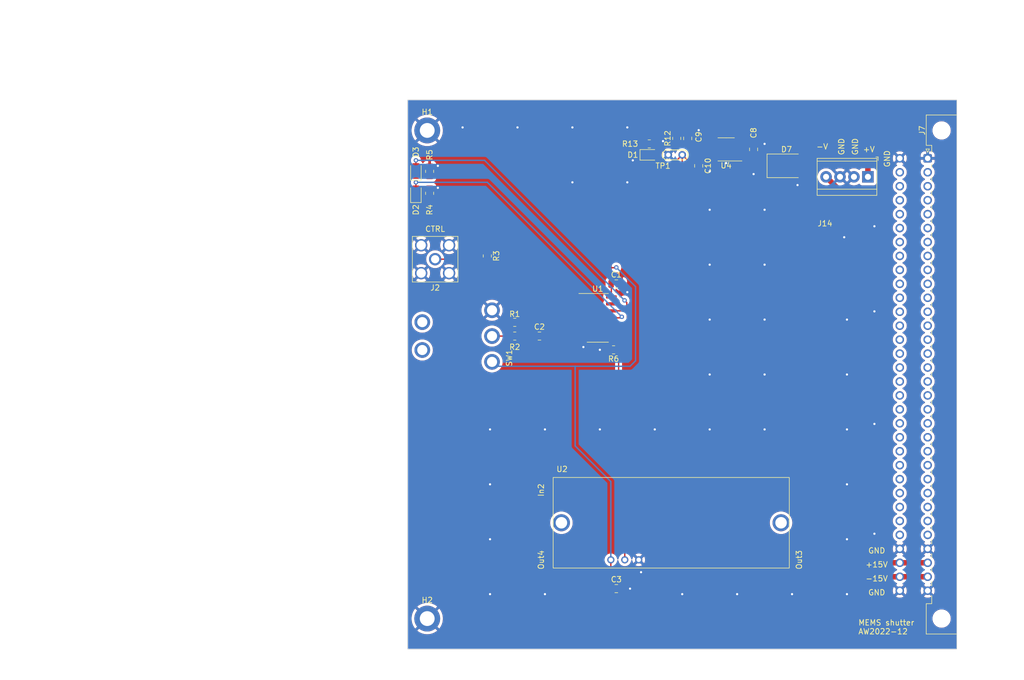
<source format=kicad_pcb>
(kicad_pcb (version 20241229) (generator "pcbnew") (generator_version "9.0")
  (title_block (title "MEMS shutter") (date "2022-11-27"))
  (layers (0 "F.Cu" signal) (2 "B.Cu" signal) (13 "F.Paste" user) (15 "B.Paste" user) (5 "F.SilkS" user "F.Silkscreen") (7 "B.SilkS" user "B.Silkscreen") (1 "F.Mask" user) (3 "B.Mask" user) (25 "Edge.Cuts" user))
  (net 0 "")
  (net 1 "Net-(C2-Pad1)")
  (net 2 "Net-(D7-Pad2)")
  (net 3 "Net-(D2-Pad1)")
  (net 4 "Net-(D2-Pad2)")
  (net 5 "Net-(C9-Pad1)")
  (net 6 "+5V")
  (net 7 "Net-(D3-Pad1)")
  (net 8 "/SEL")
  (net 9 "/IN")
  (net 10 "Net-(D1-Pad1)")
  (net 11 "+15V")
  (net 12 "-15V")
  (net 13 "/SW")
  (net 14 "Net-(U1-Pad10)")
  (net 15 "Net-(U1-Pad6)")
  (net 16 "GND")
  (footprint "Capacitor_SMD:C_0805_2012Metric" (layer "F.Cu") (at 124 93)
    (property "Reference" "C2" (at 0 -1.68 0) (layer "F.SilkS"))
    (property "Value" "C_0805")
    (fp_line (start -0.261252 -0.735) (end 0.261252 -0.735) (stroke (width 0.12)) (layer "F.SilkS"))
    (fp_line (start -0.261252 0.735) (end 0.261252 0.735) (stroke (width 0.12)) (layer "F.SilkS"))
    (pad "1" smd roundrect (at -0.95 0) (size 1 1.45) (layers "F.Cu" "F.Mask" "F.Paste") (net 1 "Net-(C2-Pad1)"))
    (pad "2" smd roundrect (at 0.95 0) (size 1 1.45) (layers "F.Cu" "F.Mask" "F.Paste") (net 16 "GND"))
  )
  (footprint "Resistor_SMD:R_0805_2012Metric" (layer "F.Cu") (at 119.5 93)
    (property "Reference" "R1" (at 0 -4 0) (layer "F.SilkS"))
    (property "Value" "R_0805")
    (fp_line (start -0.227064 -0.735) (end 0.227064 -0.735) (stroke (width 0.12)) (layer "F.SilkS"))
    (fp_line (start -0.227064 0.735) (end 0.227064 0.735) (stroke (width 0.12)) (layer "F.SilkS"))
    (pad "1" smd roundrect (at -0.9125 0) (size 1.025 1.4) (layers "F.Cu" "F.Mask" "F.Paste") (roundrect_rratio 0.243902439) (net 13 "/SW"))
    (pad "2" smd roundrect (at 0.9125 0) (size 1.025 1.4) (layers "F.Cu" "F.Mask" "F.Paste") (roundrect_rratio 0.243902439) (net 1 "Net-(C2-Pad1)"))
  )
  (footprint "Capacitor_SMD:C_0805_2012Metric" (layer "F.Cu") (at 138 83.5)
    (property "Reference" "C1" (at 0 -1.68 0) (layer "F.SilkS"))
    (property "Value" "C_0805")
    (fp_line (start -0.261252 -0.735) (end 0.261252 -0.735) (stroke (width 0.12)) (layer "F.SilkS"))
    (fp_line (start -0.261252 0.735) (end 0.261252 0.735) (stroke (width 0.12)) (layer "F.SilkS"))
    (pad "1" smd roundrect (at -0.95 0) (size 1 1.45) (layers "F.Cu" "F.Mask" "F.Paste") (net 6 "+5V"))
    (pad "2" smd roundrect (at 0.95 0) (size 1 1.45) (layers "F.Cu" "F.Mask" "F.Paste") (net 16 "GND"))
  )
  (footprint "aw_kicad6:SW_E-Switch_100_M6_SPDT_Angled" (layer "F.Cu") (at 102.6625 93 -90)
    (property "Reference" "SW1" (at 4 -15.8375 90) (layer "F.SilkS"))
    (property "Value" "SW_SPDT")
    (pad "" thru_hole circle (at -2.54 0 270) (size 2.85 2.85) (drill 1.85) (layers "*.Cu" "*.Mask"))
    (pad "" thru_hole circle (at 2.54 0 270) (size 2.85 2.85) (drill 1.85) (layers "*.Cu" "*.Mask"))
    (pad "1" thru_hole circle (at -4.7 -12.7 270) (size 2.85 2.85) (drill 1.85) (layers "*.Cu" "*.Mask") (net 16 "GND"))
    (pad "2" thru_hole circle (at 0 -12.7 270) (size 2.85 2.85) (drill 1.85) (layers "*.Cu" "*.Mask") (net 13 "/SW"))
    (pad "3" thru_hole circle (at 4.7 -12.7 270) (size 2.85 2.85) (drill 1.85) (layers "*.Cu" "*.Mask") (net 6 "+5V"))
  )
  (footprint "Diode_SMD:D_SMB" (layer "F.Cu") (at 169 62)
    (property "Reference" "D7" (at 0 -3 0) (layer "F.SilkS"))
    (property "Value" "D")
    (fp_line (start -3.55 -2.15) (end -3.55 2.15) (stroke (width 0.12)) (layer "F.SilkS"))
    (fp_line (start -3.55 -2.15) (end 2.15 -2.15) (stroke (width 0.12)) (layer "F.SilkS"))
    (fp_line (start -3.55 2.15) (end 2.15 2.15) (stroke (width 0.12)) (layer "F.SilkS"))
    (pad "1" smd rect (at -2.15 0) (size 2.5 2.3) (layers "F.Cu" "F.Mask" "F.Paste") (net 11 "+15V"))
    (pad "2" smd rect (at 2.15 0) (size 2.5 2.3) (layers "F.Cu" "F.Mask" "F.Paste") (net 2 "Net-(D7-Pad2)"))
  )
  (footprint "Capacitor_SMD:C_0805_2012Metric" (layer "F.Cu") (at 151 57 90)
    (property "Reference" "C9" (at 0.261252 2 90) (layer "F.SilkS"))
    (property "Value" "470n")
    (fp_line (start -0.261252 -0.735) (end 0.261252 -0.735) (stroke (width 0.12)) (layer "F.SilkS"))
    (fp_line (start -0.261252 0.735) (end 0.261252 0.735) (stroke (width 0.12)) (layer "F.SilkS"))
    (pad "1" smd roundrect (at -0.95 0 90) (size 1 1.45) (layers "F.Cu" "F.Mask" "F.Paste") (net 5 "Net-(C9-Pad1)"))
    (pad "2" smd roundrect (at 0.95 0 90) (size 1 1.45) (layers "F.Cu" "F.Mask" "F.Paste") (net 16 "GND"))
  )
  (footprint "Resistor_SMD:R_0805_2012Metric" (layer "F.Cu") (at 137.5 95.5 180)
    (property "Reference" "R6" (at 0 -1.65 0) (layer "F.SilkS"))
    (property "Value" "R_0805")
    (fp_line (start -0.227064 0.735) (end 0.227064 0.735) (stroke (width 0.12)) (layer "F.SilkS"))
    (fp_line (start -0.227064 -0.735) (end 0.227064 -0.735) (stroke (width 0.12)) (layer "F.SilkS"))
    (pad "1" smd roundrect (at -0.9125 0 180) (size 1.025 1.4) (layers "F.Cu" "F.Mask" "F.Paste") (roundrect_rratio 0.243902439) (net 8 "/SEL"))
    (pad "2" smd roundrect (at 0.9125 0 180) (size 1.025 1.4) (layers "F.Cu" "F.Mask" "F.Paste") (roundrect_rratio 0.243902439) (net 16 "GND"))
  )
  (footprint "Connector_DIN:DIN41612_C_2x32_Male_Horizontal_THT" (layer "F.Cu") (at 194.7 60.63 -90)
    (property "Reference" "J7" (at -5.08 1 90) (layer "F.SilkS"))
    (property "Value" "DIN41612_02x32_AC")
    (fp_line (start -1.695 0.3) (end -1.095 0) (stroke (width 0.12)) (layer "F.SilkS"))
    (fp_line (start -7.89 0.26) (end -2.37 0.26) (stroke (width 0.12)) (layer "F.SilkS"))
    (fp_line (start -2.37 0.26) (end -2.37 -0.74) (stroke (width 0.12)) (layer "F.SilkS"))
    (fp_line (start 81.11 0.26) (end 81.11 -0.74) (stroke (width 0.12)) (layer "F.SilkS"))
    (fp_line (start 86.63 0.26) (end 81.11 0.26) (stroke (width 0.12)) (layer "F.SilkS"))
    (fp_line (start -1.095 0) (end -1.695 -0.3) (stroke (width 0.12)) (layer "F.SilkS"))
    (fp_line (start -1.695 -0.3) (end -1.695 0.3) (stroke (width 0.12)) (layer "F.SilkS"))
    (fp_line (start -2.371 -0.74) (end -1.095 -0.74) (stroke (width 0.12)) (layer "F.SilkS"))
    (fp_line (start 1.095 -0.74) (end 1.671 -0.74) (stroke (width 0.12)) (layer "F.SilkS"))
    (fp_line (start 3.41 -0.74) (end 4.211 -0.74) (stroke (width 0.12)) (layer "F.SilkS"))
    (fp_line (start 5.95 -0.74) (end 6.751 -0.74) (stroke (width 0.12)) (layer "F.SilkS"))
    (fp_line (start 8.49 -0.74) (end 9.291 -0.74) (stroke (width 0.12)) (layer "F.SilkS"))
    (fp_line (start 11.03 -0.74) (end 11.831 -0.74) (stroke (width 0.12)) (layer "F.SilkS"))
    (fp_line (start 13.57 -0.74) (end 14.371 -0.74) (stroke (width 0.12)) (layer "F.SilkS"))
    (fp_line (start 16.11 -0.74) (end 16.911 -0.74) (stroke (width 0.12)) (layer "F.SilkS"))
    (fp_line (start 18.65 -0.74) (end 19.451 -0.74) (stroke (width 0.12)) (layer "F.SilkS"))
    (fp_line (start 21.19 -0.74) (end 21.991 -0.74) (stroke (width 0.12)) (layer "F.SilkS"))
    (fp_line (start 23.73 -0.74) (end 24.531 -0.74) (stroke (width 0.12)) (layer "F.SilkS"))
    (fp_line (start 26.27 -0.74) (end 27.071 -0.74) (stroke (width 0.12)) (layer "F.SilkS"))
    (fp_line (start 28.81 -0.74) (end 29.611 -0.74) (stroke (width 0.12)) (layer "F.SilkS"))
    (fp_line (start 31.35 -0.74) (end 32.151 -0.74) (stroke (width 0.12)) (layer "F.SilkS"))
    (fp_line (start 33.89 -0.74) (end 34.691 -0.74) (stroke (width 0.12)) (layer "F.SilkS"))
    (fp_line (start 36.43 -0.74) (end 37.231 -0.74) (stroke (width 0.12)) (layer "F.SilkS"))
    (fp_line (start 38.97 -0.74) (end 39.771 -0.74) (stroke (width 0.12)) (layer "F.SilkS"))
    (fp_line (start 41.51 -0.74) (end 42.311 -0.74) (stroke (width 0.12)) (layer "F.SilkS"))
    (fp_line (start 44.05 -0.74) (end 44.851 -0.74) (stroke (width 0.12)) (layer "F.SilkS"))
    (fp_line (start 46.59 -0.74) (end 47.391 -0.74) (stroke (width 0.12)) (layer "F.SilkS"))
    (fp_line (start 49.13 -0.74) (end 49.931 -0.74) (stroke (width 0.12)) (layer "F.SilkS"))
    (fp_line (start 51.67 -0.74) (end 52.471 -0.74) (stroke (width 0.12)) (layer "F.SilkS"))
    (fp_line (start 54.21 -0.74) (end 55.011 -0.74) (stroke (width 0.12)) (layer "F.SilkS"))
    (fp_line (start 56.75 -0.74) (end 57.551 -0.74) (stroke (width 0.12)) (layer "F.SilkS"))
    (fp_line (start 59.29 -0.74) (end 60.091 -0.74) (stroke (width 0.12)) (layer "F.SilkS"))
    (fp_line (start 61.83 -0.74) (end 62.631 -0.74) (stroke (width 0.12)) (layer "F.SilkS"))
    (fp_line (start 64.37 -0.74) (end 65.171 -0.74) (stroke (width 0.12)) (layer "F.SilkS"))
    (fp_line (start 66.91 -0.74) (end 67.711 -0.74) (stroke (width 0.12)) (layer "F.SilkS"))
    (fp_line (start 69.45 -0.74) (end 70.251 -0.74) (stroke (width 0.12)) (layer "F.SilkS"))
    (fp_line (start 71.99 -0.74) (end 72.791 -0.74) (stroke (width 0.12)) (layer "F.SilkS"))
    (fp_line (start 74.53 -0.74) (end 75.331 -0.74) (stroke (width 0.12)) (layer "F.SilkS"))
    (fp_line (start 77.07 -0.74) (end 77.871 -0.74) (stroke (width 0.12)) (layer "F.SilkS"))
    (fp_line (start 79.61 -0.74) (end 81.11 -0.74) (stroke (width 0.12)) (layer "F.SilkS"))
    (fp_line (start -7.89 -5.3) (end -7.89 0.26) (stroke (width 0.12)) (layer "F.SilkS"))
    (fp_line (start 86.63 -5.3) (end 86.63 0.26) (stroke (width 0.12)) (layer "F.SilkS"))
    (pad "" np_thru_hole circle (at -5.08 -2.54 270) (size 2.85 2.85) (drill 2.85) (layers "*.Cu" "*.Mask"))
    (pad "" np_thru_hole circle (at 83.82 -2.54 270) (size 2.85 2.85) (drill 2.85) (layers "*.Cu" "*.Mask"))
    (pad "a1" thru_hole roundrect (at 0 0 270) (size 1.55 1.55) (drill 1) (layers "*.Cu" "*.Mask") (roundrect_rratio 0.1612896774) (net 16 "GND"))
    (pad "a2" thru_hole circle (at 2.54 0 270) (size 1.55 1.55) (drill 1) (layers "*.Cu" "*.Mask"))
    (pad "a3" thru_hole circle (at 5.08 0 270) (size 1.55 1.55) (drill 1) (layers "*.Cu" "*.Mask"))
    (pad "a4" thru_hole circle (at 7.62 0 270) (size 1.55 1.55) (drill 1) (layers "*.Cu" "*.Mask"))
    (pad "a5" thru_hole circle (at 10.16 0 270) (size 1.55 1.55) (drill 1) (layers "*.Cu" "*.Mask"))
    (pad "a6" thru_hole circle (at 12.7 0 270) (size 1.55 1.55) (drill 1) (layers "*.Cu" "*.Mask"))
    (pad "a7" thru_hole circle (at 15.24 0 270) (size 1.55 1.55) (drill 1) (layers "*.Cu" "*.Mask"))
    (pad "a8" thru_hole circle (at 17.78 0 270) (size 1.55 1.55) (drill 1) (layers "*.Cu" "*.Mask"))
    (pad "a9" thru_hole circle (at 20.32 0 270) (size 1.55 1.55) (drill 1) (layers "*.Cu" "*.Mask"))
    (pad "a10" thru_hole circle (at 22.86 0 270) (size 1.55 1.55) (drill 1) (layers "*.Cu" "*.Mask"))
    (pad "a11" thru_hole circle (at 25.4 0 270) (size 1.55 1.55) (drill 1) (layers "*.Cu" "*.Mask"))
    (pad "a12" thru_hole circle (at 27.94 0 270) (size 1.55 1.55) (drill 1) (layers "*.Cu" "*.Mask"))
    (pad "a13" thru_hole circle (at 30.48 0 270) (size 1.55 1.55) (drill 1) (layers "*.Cu" "*.Mask"))
    (pad "a14" thru_hole circle (at 33.02 0 270) (size 1.55 1.55) (drill 1) (layers "*.Cu" "*.Mask"))
    (pad "a15" thru_hole circle (at 35.56 0 270) (size 1.55 1.55) (drill 1) (layers "*.Cu" "*.Mask"))
    (pad "a16" thru_hole circle (at 38.1 0 270) (size 1.55 1.55) (drill 1) (layers "*.Cu" "*.Mask"))
    (pad "a17" thru_hole circle (at 40.64 0 270) (size 1.55 1.55) (drill 1) (layers "*.Cu" "*.Mask"))
    (pad "a18" thru_hole circle (at 43.18 0 270) (size 1.55 1.55) (drill 1) (layers "*.Cu" "*.Mask"))
    (pad "a19" thru_hole circle (at 45.72 0 270) (size 1.55 1.55) (drill 1) (layers "*.Cu" "*.Mask"))
    (pad "a20" thru_hole circle (at 48.26 0 270) (size 1.55 1.55) (drill 1) (layers "*.Cu" "*.Mask"))
    (pad "a21" thru_hole circle (at 50.8 0 270) (size 1.55 1.55) (drill 1) (layers "*.Cu" "*.Mask"))
    (pad "a22" thru_hole circle (at 53.34 0 270) (size 1.55 1.55) (drill 1) (layers "*.Cu" "*.Mask"))
    (pad "a23" thru_hole circle (at 55.88 0 270) (size 1.55 1.55) (drill 1) (layers "*.Cu" "*.Mask"))
    (pad "a24" thru_hole circle (at 58.42 0 270) (size 1.55 1.55) (drill 1) (layers "*.Cu" "*.Mask"))
    (pad "a25" thru_hole circle (at 60.96 0 270) (size 1.55 1.55) (drill 1) (layers "*.Cu" "*.Mask"))
    (pad "a26" thru_hole circle (at 63.5 0 270) (size 1.55 1.55) (drill 1) (layers "*.Cu" "*.Mask"))
    (pad "a27" thru_hole circle (at 66.04 0 270) (size 1.55 1.55) (drill 1) (layers "*.Cu" "*.Mask"))
    (pad "a28" thru_hole circle (at 68.58 0 270) (size 1.55 1.55) (drill 1) (layers "*.Cu" "*.Mask"))
    (pad "a29" thru_hole circle (at 71.12 0 270) (size 1.55 1.55) (drill 1) (layers "*.Cu" "*.Mask") (net 16 "GND"))
    (pad "a30" thru_hole circle (at 73.66 0 270) (size 1.55 1.55) (drill 1) (layers "*.Cu" "*.Mask") (net 11 "+15V"))
    (pad "a31" thru_hole circle (at 76.2 0 270) (size 1.55 1.55) (drill 1) (layers "*.Cu" "*.Mask") (net 12 "-15V"))
    (pad "a32" thru_hole circle (at 78.74 0 270) (size 1.55 1.55) (drill 1) (layers "*.Cu" "*.Mask") (net 16 "GND"))
    (pad "c1" thru_hole circle (at 0 5.08 270) (size 1.55 1.55) (drill 1) (layers "*.Cu" "*.Mask") (net 16 "GND"))
    (pad "c2" thru_hole circle (at 2.54 5.08 270) (size 1.55 1.55) (drill 1) (layers "*.Cu" "*.Mask"))
    (pad "c3" thru_hole circle (at 5.08 5.08 270) (size 1.55 1.55) (drill 1) (layers "*.Cu" "*.Mask"))
    (pad "c4" thru_hole circle (at 7.62 5.08 270) (size 1.55 1.55) (drill 1) (layers "*.Cu" "*.Mask"))
    (pad "c5" thru_hole circle (at 10.16 5.08 270) (size 1.55 1.55) (drill 1) (layers "*.Cu" "*.Mask"))
    (pad "c6" thru_hole circle (at 12.7 5.08 270) (size 1.55 1.55) (drill 1) (layers "*.Cu" "*.Mask"))
    (pad "c7" thru_hole circle (at 15.24 5.08 270) (size 1.55 1.55) (drill 1) (layers "*.Cu" "*.Mask"))
    (pad "c8" thru_hole circle (at 17.78 5.08 270) (size 1.55 1.55) (drill 1) (layers "*.Cu" "*.Mask"))
    (pad "c9" thru_hole circle (at 20.32 5.08 270) (size 1.55 1.55) (drill 1) (layers "*.Cu" "*.Mask"))
    (pad "c10" thru_hole circle (at 22.86 5.08 270) (size 1.55 1.55) (drill 1) (layers "*.Cu" "*.Mask"))
    (pad "c11" thru_hole circle (at 25.4 5.08 270) (size 1.55 1.55) (drill 1) (layers "*.Cu" "*.Mask"))
    (pad "c12" thru_hole circle (at 27.94 5.08 270) (size 1.55 1.55) (drill 1) (layers "*.Cu" "*.Mask"))
    (pad "c13" thru_hole circle (at 30.48 5.08 270) (size 1.55 1.55) (drill 1) (layers "*.Cu" "*.Mask"))
    (pad "c14" thru_hole circle (at 33.02 5.08 270) (size 1.55 1.55) (drill 1) (layers "*.Cu" "*.Mask"))
    (pad "c15" thru_hole circle (at 35.56 5.08 270) (size 1.55 1.55) (drill 1) (layers "*.Cu" "*.Mask"))
    (pad "c16" thru_hole circle (at 38.1 5.08 270) (size 1.55 1.55) (drill 1) (layers "*.Cu" "*.Mask"))
    (pad "c17" thru_hole circle (at 40.64 5.08 270) (size 1.55 1.55) (drill 1) (layers "*.Cu" "*.Mask"))
    (pad "c18" thru_hole circle (at 43.18 5.08 270) (size 1.55 1.55) (drill 1) (layers "*.Cu" "*.Mask"))
    (pad "c19" thru_hole circle (at 45.72 5.08 270) (size 1.55 1.55) (drill 1) (layers "*.Cu" "*.Mask"))
    (pad "c20" thru_hole circle (at 48.26 5.08 270) (size 1.55 1.55) (drill 1) (layers "*.Cu" "*.Mask"))
    (pad "c21" thru_hole circle (at 50.8 5.08 270) (size 1.55 1.55) (drill 1) (layers "*.Cu" "*.Mask"))
    (pad "c22" thru_hole circle (at 53.34 5.08 270) (size 1.55 1.55) (drill 1) (layers "*.Cu" "*.Mask"))
    (pad "c23" thru_hole circle (at 55.88 5.08 270) (size 1.55 1.55) (drill 1) (layers "*.Cu" "*.Mask"))
    (pad "c24" thru_hole circle (at 58.42 5.08 270) (size 1.55 1.55) (drill 1) (layers "*.Cu" "*.Mask"))
    (pad "c25" thru_hole circle (at 60.96 5.08 270) (size 1.55 1.55) (drill 1) (layers "*.Cu" "*.Mask"))
    (pad "c26" thru_hole circle (at 63.5 5.08 270) (size 1.55 1.55) (drill 1) (layers "*.Cu" "*.Mask"))
    (pad "c27" thru_hole circle (at 66.04 5.08 270) (size 1.55 1.55) (drill 1) (layers "*.Cu" "*.Mask"))
    (pad "c28" thru_hole circle (at 68.58 5.08 270) (size 1.55 1.55) (drill 1) (layers "*.Cu" "*.Mask"))
    (pad "c29" thru_hole circle (at 71.12 5.08 270) (size 1.55 1.55) (drill 1) (layers "*.Cu" "*.Mask") (net 16 "GND"))
    (pad "c30" thru_hole circle (at 73.66 5.08 270) (size 1.55 1.55) (drill 1) (layers "*.Cu" "*.Mask") (net 11 "+15V"))
    (pad "c31" thru_hole circle (at 76.2 5.08 270) (size 1.55 1.55) (drill 1) (layers "*.Cu" "*.Mask") (net 12 "-15V"))
    (pad "c32" thru_hole circle (at 78.74 5.08 270) (size 1.55 1.55) (drill 1) (layers "*.Cu" "*.Mask") (net 16 "GND"))
  )
  (footprint "TerminalBlock_TE-Connectivity:TerminalBlock_TE_282834-4_1x04_P2.54mm_Horizontal" (layer "F.Cu") (at 183.815 64 180)
    (property "Reference" "J14" (at 7.815 -8.5 0) (layer "F.SilkS"))
    (property "Value" "Conn_01x04")
    (fp_line (start 9.241 -3.37) (end 9.241 3.37) (stroke (width 0.12)) (layer "F.SilkS"))
    (fp_line (start -1.62 3.37) (end 9.241 3.37) (stroke (width 0.12)) (layer "F.SilkS"))
    (fp_line (start -1.62 2.85) (end 9.241 2.85) (stroke (width 0.12)) (layer "F.SilkS"))
    (fp_line (start -1.62 -2.25) (end 9.241 -2.25) (stroke (width 0.12)) (layer "F.SilkS"))
    (fp_line (start -1.62 -3.37) (end 9.241 -3.37) (stroke (width 0.12)) (layer "F.SilkS"))
    (fp_line (start -1.62 -3.37) (end -1.62 3.37) (stroke (width 0.12)) (layer "F.SilkS"))
    (fp_line (start -1.86 3.61) (end -1.46 3.61) (stroke (width 0.12)) (layer "F.SilkS"))
    (fp_line (start -1.86 2.97) (end -1.86 3.61) (stroke (width 0.12)) (layer "F.SilkS"))
    (pad "1" thru_hole rect (at 0 0 180) (size 2.1 2.1) (drill 1.1) (layers "*.Cu" "*.Mask") (net 2 "Net-(D7-Pad2)"))
    (pad "2" thru_hole circle (at 2.54 0 180) (size 2.1 2.1) (drill 1.1) (layers "*.Cu" "*.Mask") (net 16 "GND"))
    (pad "3" thru_hole circle (at 5.08 0 180) (size 2.1 2.1) (drill 1.1) (layers "*.Cu" "*.Mask") (net 16 "GND"))
    (pad "4" thru_hole circle (at 7.62 0 180) (size 2.1 2.1) (drill 1.1) (layers "*.Cu" "*.Mask") (net 12 "-15V"))
  )
  (footprint "Package_SO:SOIC-14_3.9x8.7mm_P1.27mm" (layer "F.Cu") (at 134.62 89.68)
    (property "Reference" "U1" (at 0 -5.28 0) (layer "F.SilkS"))
    (property "Value" "74HC00")
    (fp_line (start 0 -4.435) (end -3.45 -4.435) (stroke (width 0.12)) (layer "F.SilkS"))
    (fp_line (start 0 -4.435) (end 1.95 -4.435) (stroke (width 0.12)) (layer "F.SilkS"))
    (fp_line (start 0 4.435) (end -1.95 4.435) (stroke (width 0.12)) (layer "F.SilkS"))
    (fp_line (start 0 4.435) (end 1.95 4.435) (stroke (width 0.12)) (layer "F.SilkS"))
    (pad "1" smd roundrect (at -2.475 -3.81) (size 1.95 0.6) (layers "F.Cu" "F.Mask" "F.Paste") (net 9 "/IN"))
    (pad "2" smd roundrect (at -2.475 -2.54) (size 1.95 0.6) (layers "F.Cu" "F.Mask" "F.Paste") (net 9 "/IN"))
    (pad "3" smd roundrect (at -2.475 -1.27) (size 1.95 0.6) (layers "F.Cu" "F.Mask" "F.Paste") (net 14 "Net-(U1-Pad10)"))
    (pad "4" smd roundrect (at -2.475 0) (size 1.95 0.6) (layers "F.Cu" "F.Mask" "F.Paste") (net 1 "Net-(C2-Pad1)"))
    (pad "5" smd roundrect (at -2.475 1.27) (size 1.95 0.6) (layers "F.Cu" "F.Mask" "F.Paste") (net 1 "Net-(C2-Pad1)"))
    (pad "6" smd roundrect (at -2.475 2.54) (size 1.95 0.6) (layers "F.Cu" "F.Mask" "F.Paste") (net 15 "Net-(U1-Pad6)"))
    (pad "7" smd roundrect (at -2.475 3.81) (size 1.95 0.6) (layers "F.Cu" "F.Mask" "F.Paste") (net 16 "GND"))
    (pad "8" smd roundrect (at 2.475 3.81) (size 1.95 0.6) (layers "F.Cu" "F.Mask" "F.Paste") (net 8 "/SEL"))
    (pad "9" smd roundrect (at 2.475 2.54) (size 1.95 0.6) (layers "F.Cu" "F.Mask" "F.Paste") (net 15 "Net-(U1-Pad6)"))
    (pad "10" smd roundrect (at 2.475 1.27) (size 1.95 0.6) (layers "F.Cu" "F.Mask" "F.Paste") (net 14 "Net-(U1-Pad10)"))
    (pad "11" smd roundrect (at 2.475 0) (size 1.95 0.6) (layers "F.Cu" "F.Mask" "F.Paste") (net 4 "Net-(D2-Pad2)"))
    (pad "12" smd roundrect (at 2.475 -1.27) (size 1.95 0.6) (layers "F.Cu" "F.Mask" "F.Paste") (net 8 "/SEL"))
    (pad "13" smd roundrect (at 2.475 -2.54) (size 1.95 0.6) (layers "F.Cu" "F.Mask" "F.Paste") (net 8 "/SEL"))
    (pad "14" smd roundrect (at 2.475 -3.81) (size 1.95 0.6) (layers "F.Cu" "F.Mask" "F.Paste") (net 6 "+5V"))
  )
  (footprint "Resistor_SMD:R_0805_2012Metric" (layer "F.Cu") (at 119.5 90.5 180)
    (property "Reference" "R2" (at 0 -4.5 0) (layer "F.SilkS"))
    (property "Value" "R_0805")
    (fp_line (start -0.227064 0.735) (end 0.227064 0.735) (stroke (width 0.12)) (layer "F.SilkS"))
    (fp_line (start -0.227064 -0.735) (end 0.227064 -0.735) (stroke (width 0.12)) (layer "F.SilkS"))
    (pad "1" smd roundrect (at -0.9125 0 180) (size 1.025 1.4) (layers "F.Cu" "F.Mask" "F.Paste") (roundrect_rratio 0.243902439) (net 1 "Net-(C2-Pad1)"))
    (pad "2" smd roundrect (at 0.9125 0 180) (size 1.025 1.4) (layers "F.Cu" "F.Mask" "F.Paste") (roundrect_rratio 0.243902439) (net 16 "GND"))
  )
  (footprint "Resistor_SMD:R_0805_2012Metric" (layer "F.Cu") (at 114.5 78.4125 -90)
    (property "Reference" "R3" (at 0 -1.65 90) (layer "F.SilkS"))
    (property "Value" "R_0805")
    (fp_line (start -0.227064 0.735) (end 0.227064 0.735) (stroke (width 0.12)) (layer "F.SilkS"))
    (fp_line (start -0.227064 -0.735) (end 0.227064 -0.735) (stroke (width 0.12)) (layer "F.SilkS"))
    (pad "1" smd roundrect (at -0.9125 0 270) (size 1.025 1.4) (layers "F.Cu" "F.Mask" "F.Paste") (roundrect_rratio 0.243902439) (net 16 "GND"))
    (pad "2" smd roundrect (at 0.9125 0 270) (size 1.025 1.4) (layers "F.Cu" "F.Mask" "F.Paste") (roundrect_rratio 0.243902439) (net 9 "/IN"))
  )
  (footprint "Package_SO:MSOP-12-1EP_3x4mm_P0.65mm_EP1.65x2.85mm" (layer "F.Cu") (at 158 59 180)
    (property "Reference" "U4" (at 0 -2.95 0) (layer "F.SilkS"))
    (property "Value" "LT3045xMSE")
    (fp_line (start 0 2.11) (end 1.5 2.11) (stroke (width 0.12)) (layer "F.SilkS"))
    (fp_line (start 0 2.11) (end -1.5 2.11) (stroke (width 0.12)) (layer "F.SilkS"))
    (fp_line (start 0 -2.11) (end 1.5 -2.11) (stroke (width 0.12)) (layer "F.SilkS"))
    (fp_line (start 0 -2.11) (end -2.875 -2.11) (stroke (width 0.12)) (layer "F.SilkS"))
    (pad "1" smd roundrect (at -2.15 -1.625 180) (size 1.45 0.4) (layers "F.Cu" "F.Mask" "F.Paste") (net 11 "+15V"))
    (pad "2" smd roundrect (at -2.15 -0.975 180) (size 1.45 0.4) (layers "F.Cu" "F.Mask" "F.Paste") (net 11 "+15V"))
    (pad "3" smd roundrect (at -2.15 -0.325 180) (size 1.45 0.4) (layers "F.Cu" "F.Mask" "F.Paste") (net 11 "+15V"))
    (pad "4" smd roundrect (at -2.15 0.325 180) (size 1.45 0.4) (layers "F.Cu" "F.Mask" "F.Paste") (net 11 "+15V"))
    (pad "5" smd roundrect (at -2.15 0.975 180) (size 1.45 0.4) (layers "F.Cu" "F.Mask" "F.Paste"))
    (pad "6" smd roundrect (at -2.15 1.625 180) (size 1.45 0.4) (layers "F.Cu" "F.Mask" "F.Paste") (net 16 "GND"))
    (pad "7" smd roundrect (at 2.15 1.625 180) (size 1.45 0.4) (layers "F.Cu" "F.Mask" "F.Paste") (net 11 "+15V"))
    (pad "8" smd roundrect (at 2.15 0.975 180) (size 1.45 0.4) (layers "F.Cu" "F.Mask" "F.Paste") (net 5 "Net-(C9-Pad1)"))
    (pad "9" smd roundrect (at 2.15 0.325 180) (size 1.45 0.4) (layers "F.Cu" "F.Mask" "F.Paste") (net 16 "GND"))
    (pad "10" smd roundrect (at 2.15 -0.325 180) (size 1.45 0.4) (layers "F.Cu" "F.Mask" "F.Paste") (net 6 "+5V"))
    (pad "11" smd roundrect (at 2.15 -0.975 180) (size 1.45 0.4) (layers "F.Cu" "F.Mask" "F.Paste") (net 6 "+5V"))
    (pad "12" smd roundrect (at 2.15 -1.625 180) (size 1.45 0.4) (layers "F.Cu" "F.Mask" "F.Paste") (net 6 "+5V"))
    (pad "13" smd rect (at 0 0 180) (size 1.65 2.85) (layers "F.Cu" "F.Mask") (net 16 "GND"))
  )
  (footprint "Capacitor_SMD:C_0805_2012Metric" (layer "F.Cu") (at 163 59 90)
    (property "Reference" "C8" (at 3 0 90) (layer "F.SilkS"))
    (property "Value" "4u7")
    (fp_line (start -0.261252 -0.735) (end 0.261252 -0.735) (stroke (width 0.12)) (layer "F.SilkS"))
    (fp_line (start -0.261252 0.735) (end 0.261252 0.735) (stroke (width 0.12)) (layer "F.SilkS"))
    (pad "1" smd roundrect (at -0.95 0 90) (size 1 1.45) (layers "F.Cu" "F.Mask" "F.Paste") (net 11 "+15V"))
    (pad "2" smd roundrect (at 0.95 0 90) (size 1 1.45) (layers "F.Cu" "F.Mask" "F.Paste") (net 16 "GND"))
  )
  (footprint "Resistor_SMD:R_0805_2012Metric" (layer "F.Cu") (at 149 57 90)
    (property "Reference" "R12" (at 0 -1.65 90) (layer "F.SilkS"))
    (property "Value" "50k")
    (fp_line (start -0.227064 -0.735) (end 0.227064 -0.735) (stroke (width 0.12)) (layer "F.SilkS"))
    (fp_line (start -0.227064 0.735) (end 0.227064 0.735) (stroke (width 0.12)) (layer "F.SilkS"))
    (pad "1" smd roundrect (at -0.9125 0 90) (size 1.025 1.4) (layers "F.Cu" "F.Mask" "F.Paste") (roundrect_rratio 0.243902439) (net 5 "Net-(C9-Pad1)"))
    (pad "2" smd roundrect (at 0.9125 0 90) (size 1.025 1.4) (layers "F.Cu" "F.Mask" "F.Paste") (roundrect_rratio 0.243902439) (net 16 "GND"))
  )
  (footprint "Resistor_SMD:R_0805_2012Metric" (layer "F.Cu") (at 144 58)
    (property "Reference" "R13" (at -3.5 0 0) (layer "F.SilkS"))
    (property "Value" "121k")
    (fp_line (start -0.227064 -0.735) (end 0.227064 -0.735) (stroke (width 0.12)) (layer "F.SilkS"))
    (fp_line (start -0.227064 0.735) (end 0.227064 0.735) (stroke (width 0.12)) (layer "F.SilkS"))
    (pad "1" smd roundrect (at -0.9125 0) (size 1.025 1.4) (layers "F.Cu" "F.Mask" "F.Paste") (roundrect_rratio 0.243902439) (net 10 "Net-(D1-Pad1)"))
    (pad "2" smd roundrect (at 0.9125 0) (size 1.025 1.4) (layers "F.Cu" "F.Mask" "F.Paste") (roundrect_rratio 0.243902439) (net 16 "GND"))
  )
  (footprint "Capacitor_SMD:C_0805_2012Metric" (layer "F.Cu") (at 138 139)
    (property "Reference" "C3" (at 0 -1.68 0) (layer "F.SilkS"))
    (property "Value" "C_0805")
    (fp_line (start -0.261252 -0.735) (end 0.261252 -0.735) (stroke (width 0.12)) (layer "F.SilkS"))
    (fp_line (start -0.261252 0.735) (end 0.261252 0.735) (stroke (width 0.12)) (layer "F.SilkS"))
    (pad "1" smd roundrect (at -0.95 0) (size 1 1.45) (layers "F.Cu" "F.Mask" "F.Paste") (net 6 "+5V"))
    (pad "2" smd roundrect (at 0.95 0) (size 1 1.45) (layers "F.Cu" "F.Mask" "F.Paste") (net 16 "GND"))
  )
  (footprint "LED_SMD:LED_0805_2012Metric" (layer "F.Cu") (at 101.5 62.9375 90)
    (property "Reference" "D3" (at 3.4375 0 90) (layer "F.SilkS"))
    (property "Value" "LED")
    (fp_line (start 1 -0.96) (end -1.685 -0.96) (stroke (width 0.12)) (layer "F.SilkS"))
    (fp_line (start -1.685 -0.96) (end -1.685 0.96) (stroke (width 0.12)) (layer "F.SilkS"))
    (fp_line (start -1.685 0.96) (end 1 0.96) (stroke (width 0.12)) (layer "F.SilkS"))
    (pad "1" smd roundrect (at -0.9375 0 90) (size 0.975 1.4) (layers "F.Cu" "F.Mask" "F.Paste") (net 7 "Net-(D3-Pad1)"))
    (pad "2" smd roundrect (at 0.9375 0 90) (size 0.975 1.4) (layers "F.Cu" "F.Mask" "F.Paste") (net 8 "/SEL"))
  )
  (footprint "Capacitor_SMD:C_0805_2012Metric" (layer "F.Cu") (at 153 62 -90)
    (property "Reference" "C10" (at 0 -1.68 90) (layer "F.SilkS"))
    (property "Value" "4u7")
    (fp_line (start -0.261252 0.735) (end 0.261252 0.735) (stroke (width 0.12)) (layer "F.SilkS"))
    (fp_line (start -0.261252 -0.735) (end 0.261252 -0.735) (stroke (width 0.12)) (layer "F.SilkS"))
    (pad "1" smd roundrect (at -0.95 0 270) (size 1 1.45) (layers "F.Cu" "F.Mask" "F.Paste") (net 6 "+5V"))
    (pad "2" smd roundrect (at 0.95 0 270) (size 1 1.45) (layers "F.Cu" "F.Mask" "F.Paste") (net 16 "GND"))
  )
  (footprint "LED_SMD:LED_0805_2012Metric" (layer "F.Cu") (at 101.5 67 90)
    (property "Reference" "D2" (at -3 0 90) (layer "F.SilkS"))
    (property "Value" "LED")
    (fp_line (start 1 -0.96) (end -1.685 -0.96) (stroke (width 0.12)) (layer "F.SilkS"))
    (fp_line (start -1.685 -0.96) (end -1.685 0.96) (stroke (width 0.12)) (layer "F.SilkS"))
    (fp_line (start -1.685 0.96) (end 1 0.96) (stroke (width 0.12)) (layer "F.SilkS"))
    (pad "1" smd roundrect (at -0.9375 0 90) (size 0.975 1.4) (layers "F.Cu" "F.Mask" "F.Paste") (net 3 "Net-(D2-Pad1)"))
    (pad "2" smd roundrect (at 0.9375 0 90) (size 0.975 1.4) (layers "F.Cu" "F.Mask" "F.Paste") (net 4 "Net-(D2-Pad2)"))
  )
  (footprint "Resistor_SMD:R_0805_2012Metric" (layer "F.Cu") (at 104 63 90)
    (property "Reference" "R5" (at 3 0 90) (layer "F.SilkS"))
    (property "Value" "R_0805")
    (fp_line (start -0.227064 -0.735) (end 0.227064 -0.735) (stroke (width 0.12)) (layer "F.SilkS"))
    (fp_line (start -0.227064 0.735) (end 0.227064 0.735) (stroke (width 0.12)) (layer "F.SilkS"))
    (pad "1" smd roundrect (at -0.9125 0 90) (size 1.025 1.4) (layers "F.Cu" "F.Mask" "F.Paste") (roundrect_rratio 0.243902439) (net 7 "Net-(D3-Pad1)"))
    (pad "2" smd roundrect (at 0.9125 0 90) (size 1.025 1.4) (layers "F.Cu" "F.Mask" "F.Paste") (roundrect_rratio 0.243902439) (net 16 "GND"))
  )
  (footprint "Connector_Coaxial:SMA_Amphenol_132203-12_Horizontal" (layer "F.Cu") (at 105 79 90)
    (property "Reference" "J2" (at -5.2 0 0) (layer "F.SilkS"))
    (property "Value" "Conn_Coaxial")
    (fp_line (start 4.15 -4.15) (end 4.15 4.15) (stroke (width 0.12)) (layer "F.SilkS"))
    (fp_line (start -4.15 -4.15) (end 4.15 -4.15) (stroke (width 0.12)) (layer "F.SilkS"))
    (fp_line (start -4.15 -4.15) (end -4.15 4.15) (stroke (width 0.12)) (layer "F.SilkS"))
    (fp_line (start -4.15 4.15) (end 4.15 4.15) (stroke (width 0.12)) (layer "F.SilkS"))
    (pad "1" thru_hole circle (at 0 0 90) (size 2.25 2.25) (drill 1.5) (layers "*.Cu" "*.Mask") (net 9 "/IN"))
    (pad "2" thru_hole circle (at -2.54 -2.54 90) (size 2.25 2.25) (drill 1.7) (layers "*.Cu" "*.Mask") (net 16 "GND"))
    (pad "2" thru_hole circle (at -2.54 2.54 90) (size 2.25 2.25) (drill 1.7) (layers "*.Cu" "*.Mask") (net 16 "GND"))
    (pad "2" thru_hole circle (at 2.54 -2.54 90) (size 2.25 2.25) (drill 1.7) (layers "*.Cu" "*.Mask") (net 16 "GND"))
    (pad "2" thru_hole circle (at 2.54 2.54 180) (size 2.25 2.25) (drill 1.7) (layers "*.Cu" "*.Mask") (net 16 "GND"))
  )
  (footprint "MountingHole:MountingHole_2.7mm_M2.5_DIN965_Pad" (layer "F.Cu") (at 103.56 55.55)
    (property "Reference" "H1" (at 0 -3.35 0) (layer "F.SilkS"))
    (property "Value" "MountingHole_Pad")
    (pad "1" thru_hole circle (at 0 0) (size 4.7 4.7) (drill 2.7) (layers "*.Cu" "*.Mask") (net 16 "GND"))
  )
  (footprint "TestPoint:TestPoint_2Pads_Pitch2.54mm_Drill0.8mm" (layer "F.Cu") (at 150 60 180)
    (property "Reference" "TP1" (at 3.5 -2 0) (layer "F.SilkS"))
    (property "Value" "TestPoint_2Pole")
    (fp_line (start 3.57 0.4) (end 3.07 0.9) (stroke (width 0.15)) (layer "F.SilkS"))
    (fp_line (start 3.57 -0.4) (end 3.57 0.4) (stroke (width 0.15)) (layer "F.SilkS"))
    (fp_line (start 3.07 0.9) (end -0.53 0.9) (stroke (width 0.15)) (layer "F.SilkS"))
    (fp_line (start 3.07 -0.9) (end 3.57 -0.4) (stroke (width 0.15)) (layer "F.SilkS"))
    (fp_line (start -0.53 0.9) (end -1.03 0.4) (stroke (width 0.15)) (layer "F.SilkS"))
    (fp_line (start -0.53 -0.9) (end 3.07 -0.9) (stroke (width 0.15)) (layer "F.SilkS"))
    (fp_line (start -1.03 0.4) (end -1.03 -0.4) (stroke (width 0.15)) (layer "F.SilkS"))
    (fp_line (start -1.03 -0.4) (end -0.53 -0.9) (stroke (width 0.15)) (layer "F.SilkS"))
    (pad "1" thru_hole circle (at 0 0 180) (size 1.4 1.4) (drill 0.8) (layers "*.Cu" "*.Mask") (net 6 "+5V"))
    (pad "2" thru_hole circle (at 2.54 0 180) (size 1.4 1.4) (drill 0.8) (layers "*.Cu" "*.Mask") (net 16 "GND"))
  )
  (footprint "LED_SMD:LED_0805_2012Metric" (layer "F.Cu") (at 144 60)
    (property "Reference" "D1" (at -3 0 0) (layer "F.SilkS"))
    (property "Value" "LED")
    (fp_line (start -1.685 -0.96) (end -1.685 0.96) (stroke (width 0.12)) (layer "F.SilkS"))
    (fp_line (start -1.685 0.96) (end 1 0.96) (stroke (width 0.12)) (layer "F.SilkS"))
    (fp_line (start 1 -0.96) (end -1.685 -0.96) (stroke (width 0.12)) (layer "F.SilkS"))
    (pad "1" smd roundrect (at -0.9375 0) (size 0.975 1.4) (layers "F.Cu" "F.Mask" "F.Paste") (net 10 "Net-(D1-Pad1)"))
    (pad "2" smd roundrect (at 0.9375 0) (size 0.975 1.4) (layers "F.Cu" "F.Mask" "F.Paste") (net 6 "+5V"))
  )
  (footprint "aw_kicad6:Thorlabs_OSW12-XXX-SM" (layer "F.Cu") (at 148 127)
    (property "Reference" "U2" (at -19.89 -9.76 0) (layer "F.SilkS"))
    (property "Value" "Thorlabs_OSW12-XXX-SM")
    (fp_rect (start -21.5 -8.25) (end 21.5 8.25) (stroke (width 0.12)) (fill no) (layer "F.SilkS"))
    (fp_text user "In2" (at -23.7 -5.95 90) (layer "F.SilkS"))
    (fp_text user "Out4" (at -23.7 6.75 90) (layer "F.SilkS"))
    (fp_text user "Out3" (at 23.29 6.75 90) (layer "F.SilkS"))
    (pad "" np_thru_hole circle (at -20 0) (size 3.1 3.1) (drill 2.1) (layers "*.Cu" "*.Mask"))
    (pad "" np_thru_hole circle (at 20 0) (size 3.1 3.1) (drill 2.1) (layers "*.Cu" "*.Mask"))
    (pad "1" thru_hole circle (at -11 6.75) (size 1.3 1.3) (drill 0.8) (layers "*.Cu" "*.Mask") (net 6 "+5V"))
    (pad "2" thru_hole circle (at -8.46 6.75) (size 1.3 1.3) (drill 0.8) (layers "*.Cu" "*.Mask") (net 8 "/SEL"))
    (pad "3" thru_hole circle (at -5.92 6.75) (size 1.3 1.3) (drill 0.8) (layers "*.Cu" "*.Mask") (net 16 "GND"))
  )
  (footprint "Resistor_SMD:R_0805_2012Metric" (layer "F.Cu") (at 104 67 90)
    (property "Reference" "R4" (at -3 0 90) (layer "F.SilkS"))
    (property "Value" "R_0805")
    (fp_line (start -0.227064 -0.735) (end 0.227064 -0.735) (stroke (width 0.12)) (layer "F.SilkS"))
    (fp_line (start -0.227064 0.735) (end 0.227064 0.735) (stroke (width 0.12)) (layer "F.SilkS"))
    (pad "1" smd roundrect (at -0.9125 0 90) (size 1.025 1.4) (layers "F.Cu" "F.Mask" "F.Paste") (roundrect_rratio 0.243902439) (net 3 "Net-(D2-Pad1)"))
    (pad "2" smd roundrect (at 0.9125 0 90) (size 1.025 1.4) (layers "F.Cu" "F.Mask" "F.Paste") (roundrect_rratio 0.243902439) (net 16 "GND"))
  )
  (footprint "MountingHole:MountingHole_2.7mm_M2.5_DIN965_Pad" (layer "F.Cu") (at 103.56 144.45)
    (property "Reference" "H2" (at 0 -3.35 0) (layer "F.SilkS"))
    (property "Value" "MountingHole_Pad")
    (pad "1" thru_hole circle (at 0 0) (size 4.7 4.7) (drill 2.7) (layers "*.Cu" "*.Mask") (net 16 "GND"))
  )
  (gr_rect (start 100 50) (end 200 150) (stroke (width 0.1)) (fill no) (layer "Edge.Cuts"))
  (gr_text "-15V" (at 185.42 137.16 0) (layer "F.SilkS") (effects (font (size 1 1))))
  (gr_text "+15V" (at 185.42 134.62 0) (layer "F.SilkS") (effects (font (size 1 1))))
  (gr_text "+V" (at 184 59 0) (layer "F.SilkS") (effects (font (size 1 1))))
  (gr_text "GND" (at 181.5 58.5 90) (layer "F.SilkS") (effects (font (size 1 1))))
  (gr_text "-V" (at 175.5 58.5 0) (layer "F.SilkS") (effects (font (size 1 1))))
  (gr_text "GND" (at 185.42 132.08 0) (layer "F.SilkS") (effects (font (size 1 1))))
  (gr_text "GND" (at 179 58.5 90) (layer "F.SilkS") (effects (font (size 1 1))))
  (gr_text "MEMS shutter\nAW2022-12" (at 182 146 0) (layer "F.SilkS") (effects (font (size 1 1)) (justify left)))
  (gr_text "GND" (at 185.42 139.7 0) (layer "F.SilkS") (effects (font (size 1 1))))
  (gr_text "CTRL" (at 105 73.5 0) (layer "F.SilkS") (effects (font (size 1 1))))
  (gr_text "GND" (at 187.325 60.71 90) (layer "F.SilkS") (effects (font (size 1 1))))
  (segment (start 123.55 90.95) (end 129.05 90.95) (width 0.25) (layer "F.Cu") (net 1))
  (segment (start 132.145 89.68) (end 130.32 89.68) (width 0.25) (layer "F.Cu") (net 1))
  (segment (start 120.4125 93) (end 120.4125 90.5) (width 0.25) (layer "F.Cu") (net 1))
  (segment (start 120.4125 93) (end 123.05 93) (width 0.25) (layer "F.Cu") (net 1))
  (segment (start 123.05 93) (end 123.05 91.45) (width 0.25) (layer "F.Cu") (net 1))
  (segment (start 129.05 90.95) (end 132.145 90.95) (width 0.25) (layer "F.Cu") (net 1))
  (segment (start 123.05 91.45) (end 123.55 90.95) (width 0.25) (layer "F.Cu") (net 1))
  (segment (start 130.32 89.68) (end 129.05 90.95) (width 0.25) (layer "F.Cu") (net 1))
  (segment (start 172.65 60.5) (end 171.15 62) (width 1) (layer "F.Cu") (net 2))
  (segment (start 183.815 64) (end 183.815 61.815) (width 1) (layer "F.Cu") (net 2))
  (segment (start 182.5 60.5) (end 172.65 60.5) (width 1) (layer "F.Cu") (net 2))
  (segment (start 183.815 61.815) (end 182.5 60.5) (width 1) (layer "F.Cu") (net 2))
  (segment (start 104 67.9125) (end 103.975 67.9375) (width 0.25) (layer "F.Cu") (net 3))
  (segment (start 103.975 67.9375) (end 101.5 67.9375) (width 0.25) (layer "F.Cu") (net 3))
  (segment (start 101.5 65) (end 101.5 66.0625) (width 0.25) (layer "F.Cu") (net 4))
  (segment (start 137.095 89.68) (end 138.82 89.68) (width 0.25) (layer "F.Cu") (net 4))
  (segment (start 138.82 89.68) (end 139 89.5) (width 0.25) (layer "F.Cu") (net 4))
  (via (at 101.5 65) (size 0.8) (drill 0.4) (layers "F.Cu" "B.Cu") (net 4))
  (via (at 139 89.5) (size 0.8) (drill 0.4) (layers "F.Cu" "B.Cu") (net 4))
  (segment (start 139 89.5) (end 114.5 65) (width 0.25) (layer "B.Cu") (net 4))
  (segment (start 114.5 65) (end 101.5 65) (width 0.25) (layer "B.Cu") (net 4))
  (segment (start 155.85 58.025) (end 151.075 58.025) (width 0.25) (layer "F.Cu") (net 5))
  (segment (start 149.0375 57.95) (end 149 57.9125) (width 0.25) (layer "F.Cu") (net 5))
  (segment (start 151 57.95) (end 149.0375 57.95) (width 0.25) (layer "F.Cu") (net 5))
  (segment (start 151.075 58.025) (end 151 57.95) (width 0.25) (layer "F.Cu") (net 5))
  (segment (start 137.095 83.545) (end 137.05 83.5) (width 0.25) (layer "F.Cu") (net 6))
  (segment (start 150 60) (end 150 64.884) (width 0.25) (layer "F.Cu") (net 6))
  (segment (start 150 64.884) (end 137.05 77.834) (width 0.25) (layer "F.Cu") (net 6))
  (segment (start 153.425 60.625) (end 153 61.05) (width 0.25) (layer "F.Cu") (net 6))
  (segment (start 137.095 85.87) (end 137.095 83.545) (width 0.25) (layer "F.Cu") (net 6))
  (segment (start 150 60) (end 148.532 61.468) (width 0.25) (layer "F.Cu") (net 6))
  (segment (start 155.85 59.975) (end 154.075 59.975) (width 0.25) (layer "F.Cu") (net 6))
  (segment (start 137 133.75) (end 137 138.95) (width 0.25) (layer "F.Cu") (net 6))
  (segment (start 151.2 61.05) (end 151.05 61.05) (width 0.25) (layer "F.Cu") (net 6))
  (segment (start 155.85 59.325) (end 154.725 59.325) (width 0.25) (layer "F.Cu") (net 6))
  (segment (start 137.05 80.55) (end 137.95 80.55) (width 0.25) (layer "F.Cu") (net 6))
  (segment (start 137.05 80.55) (end 137.05 83.5) (width 0.25) (layer "F.Cu") (net 6))
  (segment (start 137.95 80.55) (end 138 80.5) (width 0.25) (layer "F.Cu") (net 6))
  (segment (start 137 138.95) (end 137.05 139) (width 0.25) (layer "F.Cu") (net 6))
  (segment (start 148.532 61.468) (end 146.4055 61.468) (width 0.25) (layer "F.Cu") (net 6))
  (segment (start 153 61.05) (end 151.2 61.05) (width 0.25) (layer "F.Cu") (net 6))
  (segment (start 155.85 60.625) (end 153.425 60.625) (width 0.25) (layer "F.Cu") (net 6))
  (segment (start 154.075 59.975) (end 153 61.05) (width 0.25) (layer "F.Cu") (net 6))
  (segment (start 151.05 61.05) (end 150 60) (width 0.25) (layer "F.Cu") (net 6))
  (segment (start 154.725 59.325) (end 153 61.05) (width 0.25) (layer "F.Cu") (net 6))
  (segment (start 137.05 77.834) (end 137.05 80.55) (width 0.25) (layer "F.Cu") (net 6))
  (segment (start 146.4055 61.468) (end 144.9375 60) (width 0.25) (layer "F.Cu") (net 6))
  (via (at 138 80.5) (size 0.8) (drill 0.4) (layers "F.Cu" "B.Cu") (net 6))
  (segment (start 138 80.5) (end 141.5 84) (width 0.25) (layer "B.Cu") (net 6))
  (segment (start 141.5 84) (end 141.5 97.5) (width 0.25) (layer "B.Cu") (net 6))
  (segment (start 140.5 98.5) (end 130.5 98.5) (width 0.25) (layer "B.Cu") (net 6))
  (segment (start 116.1625 98.5) (end 115.3625 97.7) (width 0.25) (layer "B.Cu") (net 6))
  (segment (start 130.5 98.5) (end 116.1625 98.5) (width 0.25) (layer "B.Cu") (net 6))
  (segment (start 130.5 113) (end 137 119.5) (width 0.25) (layer "B.Cu") (net 6))
  (segment (start 141.5 97.5) (end 140.5 98.5) (width 0.25) (layer "B.Cu") (net 6))
  (segment (start 130.5 113) (end 130.5 98.5) (width 0.25) (layer "B.Cu") (net 6))
  (segment (start 137 119.5) (end 137 133.75) (width 0.25) (layer "B.Cu") (net 6))
  (segment (start 101.5 63.875) (end 103.9625 63.875) (width 0.25) (layer "F.Cu") (net 7))
  (segment (start 103.9625 63.875) (end 104 63.9125) (width 0.25) (layer "F.Cu") (net 7))
  (segment (start 137.99 93.49) (end 138.5 94) (width 0.25) (layer "F.Cu") (net 8))
  (segment (start 139.54 131.54) (end 139.54 133.75) (width 0.25) (layer "F.Cu") (net 8))
  (segment (start 138.5 94) (end 138.5 95.4125) (width 0.25) (layer "F.Cu") (net 8))
  (segment (start 138.5 95.4125) (end 138.4125 95.5) (width 0.25) (layer "F.Cu") (net 8))
  (segment (start 137.095 93.49) (end 139.51 93.49) (width 0.25) (layer "F.Cu") (net 8))
  (segment (start 140 93) (end 140 88.5) (width 0.25) (layer "F.Cu") (net 8))
  (segment (start 137.095 87.14) (end 138.64 87.14) (width 0.25) (layer "F.Cu") (net 8))
  (segment (start 138.64 87.14) (end 140 88.5) (width 0.25) (layer "F.Cu") (net 8))
  (segment (start 139.51 93.49) (end 140 93) (width 0.25) (layer "F.Cu") (net 8))
  (segment (start 139.91 86.91) (end 139.5 86.5) (width 0.25) (layer "F.Cu") (net 8))
  (segment (start 138.4125 95.5) (end 138.4125 130.4125) (width 0.25) (layer "F.Cu") (net 8))
  (segment (start 101.5 61) (end 101.5 62) (width 0.25) (layer "F.Cu") (net 8))
  (segment (start 140 88.5) (end 139.91 88.41) (width 0.25) (layer "F.Cu") (net 8))
  (segment (start 139.91 88.41) (end 139.91 86.91) (width 0.25) (layer "F.Cu") (net 8))
  (segment (start 138.4125 130.4125) (end 139.54 131.54) (width 0.25) (layer "F.Cu") (net 8))
  (segment (start 137.095 93.49) (end 137.99 93.49) (width 0.25) (layer "F.Cu") (net 8))
  (segment (start 139.91 88.41) (end 137.095 88.41) (width 0.25) (layer "F.Cu") (net 8))
  (via (at 139.5 86.5) (size 0.8) (drill 0.4) (layers "F.Cu" "B.Cu") (net 8))
  (via (at 101.5 61) (size 0.8) (drill 0.4) (layers "F.Cu" "B.Cu") (net 8))
  (segment (start 139.5 86.5) (end 114 61) (width 0.25) (layer "B.Cu") (net 8))
  (segment (start 114 61) (end 101.5 61) (width 0.25) (layer "B.Cu") (net 8))
  (segment (start 114.5 79.325) (end 118.325 79.325) (width 0.25) (layer "F.Cu") (net 9))
  (segment (start 118.325 79.325) (end 124.87 85.87) (width 0.25) (layer "F.Cu") (net 9))
  (segment (start 132.145 87.14) (end 130.64 87.14) (width 0.25) (layer "F.Cu") (net 9))
  (segment (start 130.64 87.14) (end 129.37 85.87) (width 0.25) (layer "F.Cu") (net 9))
  (segment (start 124.87 85.87) (end 129.37 85.87) (width 0.25) (layer "F.Cu") (net 9))
  (segment (start 105 79) (end 114.175 79) (width 0.25) (layer "F.Cu") (net 9))
  (segment (start 114.175 79) (end 114.5 79.325) (width 0.25) (layer "F.Cu") (net 9))
  (segment (start 129.37 85.87) (end 132.145 85.87) (width 0.25) (layer "F.Cu") (net 9))
  (segment (start 143.0625 60) (end 143.0625 58.025) (width 0.25) (layer "F.Cu") (net 10))
  (segment (start 143.0625 58.025) (end 143.0875 58) (width 0.25) (layer "F.Cu") (net 10))
  (segment (start 188.29 134.29) (end 189.62 134.29) (width 1) (layer "F.Cu") (net 11))
  (segment (start 169.044365 57.9) (end 184.65 57.9) (width 1) (layer "F.Cu") (net 11))
  (segment (start 160.15 59.975) (end 162.975 59.975) (width 0.25) (layer "F.Cu") (net 11))
  (segment (start 161 56.25) (end 161.675 56.925) (width 0.25) (layer "F.Cu") (net 11))
  (segment (start 161.725 58.675) (end 163 59.95) (width 0.25) (layer "F.Cu") (net 11))
  (segment (start 160.15 59.325) (end 162.375 59.325) (width 0.25) (layer "F.Cu") (net 11))
  (segment (start 160.15 58.675) (end 161.675 58.675) (width 0.25) (layer "F.Cu") (net 11))
  (segment (start 155.85 57.375) (end 155.85 56.9) (width 0.25) (layer "F.Cu") (net 11))
  (segment (start 187 60.25) (end 187 133) (width 1) (layer "F.Cu") (net 11))
  (segment (start 166.85 61.85) (end 166.85 62) (width 0.7) (layer "F.Cu") (net 11))
  (segment (start 161.675 58.675) (end 161.725 58.675) (width 0.25) (layer "F.Cu") (net 11))
  (segment (start 194.7 134.29) (end 189.62 134.29) (width 1) (layer "F.Cu") (net 11))
  (segment (start 163 59.95) (end 164.95 59.95) (width 0.7) (layer "F.Cu") (net 11))
  (segment (start 155.85 56.9) (end 156.5 56.25) (width 0.25) (layer "F.Cu") (net 11))
  (segment (start 156.5 56.25) (end 161 56.25) (width 0.25) (layer "F.Cu") (net 11))
  (segment (start 160.15 60.625) (end 162.325 60.625) (width 0.25) (layer "F.Cu") (net 11))
  (segment (start 187 133) (end 188.29 134.29) (width 1) (layer "F.Cu") (net 11))
  (segment (start 166.85 60.094365) (end 169.044365 57.9) (width 1) (layer "F.Cu") (net 11))
  (segment (start 162.375 59.325) (end 163 59.95) (width 0.25) (layer "F.Cu") (net 11))
  (segment (start 164.95 59.95) (end 166.85 61.85) (width 0.7) (layer "F.Cu") (net 11))
  (segment (start 166.85 62) (end 166.85 60.094365) (width 1) (layer "F.Cu") (net 11))
  (segment (start 184.65 57.9) (end 187 60.25) (width 1) (layer "F.Cu") (net 11))
  (segment (start 162.975 59.975) (end 163 59.95) (width 0.25) (layer "F.Cu") (net 11))
  (segment (start 162.325 60.625) (end 163 59.95) (width 0.25) (layer "F.Cu") (net 11))
  (segment (start 161.675 56.925) (end 161.675 58.675) (width 0.25) (layer "F.Cu") (net 11))
  (segment (start 189.62 136.83) (end 186.83 136.83) (width 1) (layer "F.Cu") (net 12))
  (segment (start 186.83 136.83) (end 183 133) (width 1) (layer "F.Cu") (net 12))
  (segment (start 194.7 136.83) (end 189.62 136.83) (width 1) (layer "F.Cu") (net 12))
  (segment (start 183 133) (end 183 70.805) (width 1) (layer "F.Cu") (net 12))
  (segment (start 183 70.805) (end 176.195 64) (width 1) (layer "F.Cu") (net 12))
  (segment (start 115.3625 93) (end 118.5875 93) (width 0.25) (layer "F.Cu") (net 13))
  (segment (start 135.45 90.95) (end 134.5 90) (width 0.25) (layer "F.Cu") (net 14))
  (segment (start 133.91 88.41) (end 132.145 88.41) (width 0.25) (layer "F.Cu") (net 14))
  (segment (start 134.5 89) (end 133.91 88.41) (width 0.25) (layer "F.Cu") (net 14))
  (segment (start 137.095 90.95) (end 135.45 90.95) (width 0.25) (layer "F.Cu") (net 14))
  (segment (start 134.5 90) (end 134.5 89) (width 0.25) (layer "F.Cu") (net 14))
  (segment (start 132.145 92.22) (end 137.095 92.22) (width 0.25) (layer "F.Cu") (net 15))
  (segment (start 155.85 58.675) (end 157.675 58.675) (width 0.25) (layer "F.Cu") (net 16))
  (segment (start 157.675 58.675) (end 158 59) (width 0.25) (layer "F.Cu") (net 16))
  (segment (start 158.875 57.375) (end 160.15 57.375) (width 0.25) (layer "F.Cu") (net 16))
  (segment (start 158 58.25) (end 158.875 57.375) (width 0.25) (layer "F.Cu") (net 16))
  (segment (start 158 59) (end 158 58.25) (width 0.25) (layer "F.Cu") (net 16))
  (via (at 185 88.5) (size 0.8) (drill 0.4) (layers "F.Cu" "B.Cu") (net 16))
  (via (at 130 55) (size 0.8) (drill 0.4) (layers "F.Cu" "B.Cu") (net 16))
  (via (at 180 130) (size 0.8) (drill 0.4) (layers "F.Cu" "B.Cu") (net 16))
  (via (at 146.5 57.5) (size 0.8) (drill 0.4) (layers "F.Cu" "B.Cu") (net 16))
  (via (at 155 90) (size 0.8) (drill 0.4) (layers "F.Cu" "B.Cu") (net 16))
  (via (at 130 65) (size 0.8) (drill 0.4) (layers "F.Cu" "B.Cu") (net 16))
  (via (at 115 120) (size 0.8) (drill 0.4) (layers "F.Cu" "B.Cu") (net 16))
  (via (at 135 110) (size 0.8) (drill 0.4) (layers "F.Cu" "B.Cu") (net 16))
  (via (at 125 110) (size 0.8) (drill 0.4) (layers "F.Cu" "B.Cu") (net 16))
  (via (at 165 58) (size 0.8) (drill 0.4) (layers "F.Cu" "B.Cu") (net 16))
  (via (at 185 73) (size 0.8) (drill 0.4) (layers "F.Cu" "B.Cu") (net 16))
  (via (at 155 100) (size 0.8) (drill 0.4) (layers "F.Cu" "B.Cu") (net 16))
  (via (at 165 90) (size 0.8) (drill 0.4) (layers "F.Cu" "B.Cu") (net 16))
  (via (at 140 65) (size 0.8) (drill 0.4) (layers "F.Cu" "B.Cu") (net 16))
  (via (at 160 140) (size 0.8) (drill 0.4) (layers "F.Cu" "B.Cu") (net 16))
  (via (at 165 80) (size 0.8) (drill 0.4) (layers "F.Cu" "B.Cu") (net 16))
  (via (at 135 95.5) (size 0.8) (drill 0.4) (layers "F.Cu" "B.Cu") (net 16))
  (via (at 140 55) (size 0.8) (drill 0.4) (layers "F.Cu" "B.Cu") (net 16))
  (via (at 180 100) (size 0.8) (drill 0.4) (layers "F.Cu" "B.Cu") (net 16))
  (via (at 105.5 62) (size 0.8) (drill 0.4) (layers "F.Cu" "B.Cu") (net 16))
  (via (at 180 90) (size 0.8) (drill 0.4) (layers "F.Cu" "B.Cu") (net 16))
  (via (at 180 120) (size 0.8) (drill 0.4) (layers "F.Cu" "B.Cu") (net 16))
  (via (at 115 110) (size 0.8) (drill 0.4) (layers "F.Cu" "B.Cu") (net 16))
  (via (at 155 70) (size 0.8) (drill 0.4) (layers "F.Cu" "B.Cu") (net 16))
  (via (at 115 140) (size 0.8) (drill 0.4) (layers "F.Cu" "B.Cu") (net 16))
  (via (at 153 55.5) (size 0.8) (drill 0.4) (layers "F.Cu" "B.Cu") (net 16))
  (via (at 165 100) (size 0.8) (drill 0.4) (layers "F.Cu" "B.Cu") (net 16))
  (via (at 179.5 75) (size 0.8) (drill 0.4) (layers "F.Cu" "B.Cu") (net 16))
  (via (at 140.5 139) (size 0.8) (drill 0.4) (layers "F.Cu" "B.Cu") (net 16))
  (via (at 140 85) (size 0.8) (drill 0.4) (layers "F.Cu" "B.Cu") (net 16))
  (via (at 180 140) (size 0.8) (drill 0.4) (layers "F.Cu" "B.Cu") (net 16))
  (via (at 155 80) (size 0.8) (drill 0.4) (layers "F.Cu" "B.Cu") (net 16))
  (via (at 170 140) (size 0.8) (drill 0.4) (layers "F.Cu" "B.Cu") (net 16))
  (via (at 145 110) (size 0.8) (drill 0.4) (layers "F.Cu" "B.Cu") (net 16))
  (via (at 185 109) (size 0.8) (drill 0.4) (layers "F.Cu" "B.Cu") (net 16))
  (via (at 163 63.5) (size 0.8) (drill 0.4) (layers "F.Cu" "B.Cu") (net 16))
  (via (at 155 110) (size 0.8) (drill 0.4) (layers "F.Cu" "B.Cu") (net 16))
  (via (at 158 61.5) (size 0.8) (drill 0.4) (layers "F.Cu" "B.Cu") (net 16))
  (via (at 142.5 136) (size 0.8) (drill 0.4) (layers "F.Cu" "B.Cu") (net 16))
  (via (at 120 55) (size 0.8) (drill 0.4) (layers "F.Cu" "B.Cu") (net 16))
  (via (at 165 110) (size 0.8) (drill 0.4) (layers "F.Cu" "B.Cu") (net 16))
  (via (at 185 129) (size 0.8) (drill 0.4) (layers "F.Cu" "B.Cu") (net 16))
  (via (at 165 70) (size 0.8) (drill 0.4) (layers "F.Cu" "B.Cu") (net 16))
  (via (at 125 140) (size 0.8) (drill 0.4) (layers "F.Cu" "B.Cu") (net 16))
  (via (at 180 110) (size 0.8) (drill 0.4) (layers "F.Cu" "B.Cu") (net 16))
  (via (at 155 63) (size 0.8) (drill 0.4) (layers "F.Cu" "B.Cu") (net 16))
  (via (at 141 61) (size 0.8) (drill 0.4) (layers "F.Cu" "B.Cu") (net 16))
  (via (at 115 130) (size 0.8) (drill 0.4) (layers "F.Cu" "B.Cu") (net 16))
  (via (at 171 65.5) (size 0.8) (drill 0.4) (layers "F.Cu" "B.Cu") (net 16))
  (via (at 110 55) (size 0.8) (drill 0.4) (layers "F.Cu" "B.Cu") (net 16))
  (via (at 105.5 66) (size 0.8) (drill 0.4) (layers "F.Cu" "B.Cu") (net 16))
  (via (at 150 140) (size 0.8) (drill 0.4) (layers "F.Cu" "B.Cu") (net 16))
  (via (at 132 95) (size 0.8) (drill 0.4) (layers "F.Cu" "B.Cu") (net 16))
  (zone (net 16) (net_name "GND") (layers "F.Cu" "B.Cu") (connect_pads (clearance 0.508)) (min_thickness 0.254) (fill yes (thermal_gap 0.508) (thermal_bridge_width 0.508))
    (polygon (pts (xy 200 150) (xy 100 150) (xy 100 50) (xy 200 50)))
  )
)
</source>
